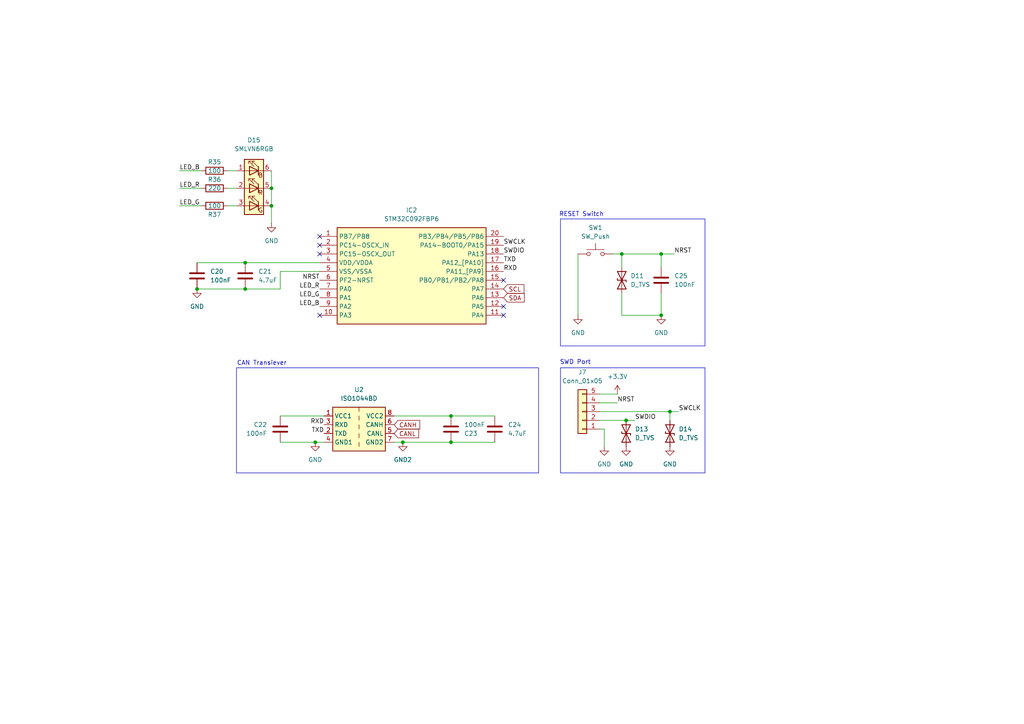
<source format=kicad_sch>
(kicad_sch (version 20250114) (generator "eeschema") (generator_version "9.0")
  (paper "A4")
  (lib_symbols
    (symbol "Connector_Generic:Conn_01x05" (pin_names (offset 1.016) (hide yes))
      (property "Reference" "J" (at 0 7.62 0))
      (property "Value" "Conn_01x05" (at 0 -7.62 0))
      (symbol "Conn_01x05_1_1"
        (rectangle (start -1.27 6.35) (end 1.27 -6.35) (stroke (width 0.254)) (fill (type background)))
        (rectangle (start -1.27 5.207) (end 0 4.953) (stroke (width 0.1524)))
        (rectangle (start -1.27 2.667) (end 0 2.413) (stroke (width 0.1524)))
        (rectangle (start -1.27 0.127) (end 0 -0.127) (stroke (width 0.1524)))
        (rectangle (start -1.27 -2.413) (end 0 -2.667) (stroke (width 0.1524)))
        (rectangle (start -1.27 -4.953) (end 0 -5.207) (stroke (width 0.1524)))
        (pin passive line (at -5.08 5.08 0) (length 3.81) (name "Pin_1") (number "1"))
        (pin passive line (at -5.08 2.54 0) (length 3.81) (name "Pin_2") (number "2"))
        (pin passive line (at -5.08 0 0) (length 3.81) (name "Pin_3") (number "3"))
        (pin passive line (at -5.08 -2.54 0) (length 3.81) (name "Pin_4") (number "4"))
        (pin passive line (at -5.08 -5.08 0) (length 3.81) (name "Pin_5") (number "5"))
      )
    )
    (symbol "Device:C" (pin_numbers (hide yes)) (pin_names (offset 0.254))
      (property "Reference" "C" (at 0.635 2.54 0))
      (property "Value" "C" (at 0.635 -2.54 0))
      (symbol "C_0_1"
        (polyline (pts (xy -2.032 0.762) (xy 2.032 0.762)) (stroke (width 0.508)))
        (polyline (pts (xy -2.032 -0.762) (xy 2.032 -0.762)) (stroke (width 0.508)))
      )
      (symbol "C_1_1"
        (pin passive line (at 0 3.81 270) (length 2.794) (name "~") (number "1"))
        (pin passive line (at 0 -3.81 90) (length 2.794) (name "~") (number "2"))
      )
    )
    (symbol "Device:D_TVS" (pin_numbers (hide yes)) (pin_names (offset 1.016) (hide yes))
      (property "Reference" "D" (at 0 2.54 0))
      (property "Value" "D_TVS" (at 0 -2.54 0))
      (symbol "D_TVS_0_1"
        (polyline (pts (xy -2.54 1.27) (xy -2.54 -1.27) (xy 2.54 1.27) (xy 2.54 -1.27) (xy -2.54 1.27)) (stroke (width 0.254)))
        (polyline (pts (xy 0.508 1.27) (xy 0 1.27) (xy 0 -1.27) (xy -0.508 -1.27)) (stroke (width 0.254)))
        (polyline (pts (xy 1.27 0) (xy -1.27 0)))
      )
      (symbol "D_TVS_1_1"
        (pin passive line (at -3.81 0 0) (length 2.54) (name "A1") (number "1"))
        (pin passive line (at 3.81 0 180) (length 2.54) (name "A2") (number "2"))
      )
    )
    (symbol "Device:R" (pin_numbers (hide yes)) (pin_names (offset 0))
      (property "Reference" "R" (at 2.032 0 90))
      (property "Value" "R" (at 0 0 90))
      (symbol "R_0_1"
        (rectangle (start -1.016 -2.54) (end 1.016 2.54) (stroke (width 0.254)))
      )
      (symbol "R_1_1"
        (pin passive line (at 0 3.81 270) (length 1.27) (name "~") (number "1"))
        (pin passive line (at 0 -3.81 90) (length 1.27) (name "~") (number "2"))
      )
    )
    (symbol "Interface_CAN_LIN:ISO1044BD"
      (property "Reference" "U" (at -6.35 6.35 0))
      (property "Value" "ISO1044BD" (at 2.54 6.35 0))
      (symbol "ISO1044BD_0_1"
        (rectangle (start -7.62 5.08) (end 7.62 -7.62) (stroke (width 0.254)) (fill (type background)))
        (polyline (pts (xy 0 5.08) (xy 0 3.81)))
        (polyline (pts (xy 0 2.54) (xy 0 1.27)))
        (polyline (pts (xy 0 0) (xy 0 -1.27)))
        (polyline (pts (xy 0 -2.54) (xy 0 -3.81)))
        (polyline (pts (xy 0 -5.08) (xy 0 -6.35)))
      )
      (symbol "ISO1044BD_1_1"
        (pin power_in line (at -10.16 2.54 0) (length 2.54) (name "VCC1") (number "1"))
        (pin output line (at -10.16 0 0) (length 2.54) (name "RXD") (number "3"))
        (pin input line (at -10.16 -2.54 0) (length 2.54) (name "TXD") (number "2"))
        (pin power_in line (at -10.16 -5.08 0) (length 2.54) (name "GND1") (number "4"))
        (pin power_in line (at 10.16 2.54 180) (length 2.54) (name "VCC2") (number "8"))
        (pin bidirectional line (at 10.16 0 180) (length 2.54) (name "CANH") (number "6"))
        (pin bidirectional line (at 10.16 -2.54 180) (length 2.54) (name "CANL") (number "5"))
        (pin power_in line (at 10.16 -5.08 180) (length 2.54) (name "GND2") (number "7"))
      )
    )
    (symbol "LED:SMLVN6RGB" (pin_names (offset 0) (hide yes))
      (property "Reference" "D" (at 0 12.7 0))
      (property "Value" "SMLVN6RGB" (at 0 10.16 0))
      (symbol "SMLVN6RGB_0_0"
        (text "B" (at 1.905 3.81 0) (effects (font (size 1.27 1.27))))
        (text "R" (at 1.905 -1.27 0) (effects (font (size 1.27 1.27))))
        (text "G" (at 1.905 -6.35 0) (effects (font (size 1.27 1.27))))
      )
      (symbol "SMLVN6RGB_0_1"
        (rectangle (start -2.794 8.382) (end 2.794 -7.62) (stroke (width 0.254)) (fill (type background)))
        (rectangle (start -1.27 6.35) (end -1.27 6.35))
        (polyline (pts (xy -1.27 6.35) (xy -1.27 3.81) (xy 1.27 5.08) (xy -1.27 6.35)) (stroke (width 0.254)))
        (polyline (pts (xy -1.27 5.08) (xy -2.54 5.08)))
        (rectangle (start -1.27 3.81) (end -1.27 6.35))
        (rectangle (start -1.27 1.27) (end -1.27 1.27))
        (polyline (pts (xy -1.27 1.27) (xy -1.27 -1.27) (xy 1.27 0) (xy -1.27 1.27)) (stroke (width 0.254)))
        (polyline (pts (xy -1.27 0) (xy -2.54 0)))
        (polyline (pts (xy -1.27 0) (xy 1.27 0)))
        (rectangle (start -1.27 -1.27) (end -1.27 1.27))
        (polyline (pts (xy -1.27 -3.81) (xy -1.27 -6.35) (xy 1.27 -5.08) (xy -1.27 -3.81)) (stroke (width 0.254)))
        (polyline (pts (xy -1.27 -5.08) (xy -2.54 -5.08)))
        (polyline (pts (xy 0 6.35) (xy -1.524 7.874) (xy -0.762 7.874) (xy -1.524 7.874) (xy -1.524 7.112)))
        (polyline (pts (xy 0 1.27) (xy -1.524 2.794) (xy -0.762 2.794) (xy -1.524 2.794) (xy -1.524 2.032)))
        (polyline (pts (xy 0 -3.81) (xy -1.524 -2.286) (xy -0.762 -2.286) (xy -1.524 -2.286) (xy -1.524 -3.048)))
        (polyline (pts (xy 1.016 6.35) (xy -0.508 7.874) (xy 0.254 7.874) (xy -0.508 7.874) (xy -0.508 7.112)))
        (polyline (pts (xy 1.016 1.27) (xy -0.508 2.794) (xy 0.254 2.794) (xy -0.508 2.794) (xy -0.508 2.032)))
        (polyline (pts (xy 1.016 -3.81) (xy -0.508 -2.286) (xy 0.254 -2.286) (xy -0.508 -2.286) (xy -0.508 -3.048)))
        (polyline (pts (xy 1.27 6.35) (xy 1.27 3.81)) (stroke (width 0.254)))
        (polyline (pts (xy 1.27 6.35) (xy 1.27 3.81) (xy 1.27 3.81)))
        (polyline (pts (xy 1.27 5.08) (xy -1.27 5.08)))
        (polyline (pts (xy 1.27 5.08) (xy 2.54 5.08)))
        (polyline (pts (xy 1.27 1.27) (xy 1.27 -1.27)) (stroke (width 0.254)))
        (polyline (pts (xy 1.27 1.27) (xy 1.27 -1.27) (xy 1.27 -1.27)))
        (polyline (pts (xy 1.27 0) (xy 2.54 0)))
        (polyline (pts (xy 1.27 -3.81) (xy 1.27 -6.35)) (stroke (width 0.254)))
        (polyline (pts (xy 1.27 -5.08) (xy -1.27 -5.08)))
        (polyline (pts (xy 1.27 -5.08) (xy 2.54 -5.08)))
      )
      (symbol "SMLVN6RGB_1_1"
        (pin passive line (at -5.08 5.08 0) (length 2.54) (name "BA") (number "1"))
        (pin passive line (at -5.08 0 0) (length 2.54) (name "RA") (number "2"))
        (pin passive line (at -5.08 -5.08 0) (length 2.54) (name "GA") (number "3"))
        (pin passive line (at 5.08 5.08 180) (length 2.54) (name "BK") (number "6"))
        (pin passive line (at 5.08 0 180) (length 2.54) (name "RK") (number "5"))
        (pin passive line (at 5.08 -5.08 180) (length 2.54) (name "GK") (number "4"))
      )
    )
    (symbol "Samacsys:STM32C092FBP6"
      (property "Reference" "IC" (at 49.53 7.62 0))
      (property "Value" "STM32C092FBP6" (at 49.53 5.08 0))
      (symbol "STM32C092FBP6_1_1"
        (rectangle (start 5.08 2.54) (end 48.26 -25.4) (stroke (width 0.254)) (fill (type background)))
        (pin passive line (at 0 0 0) (length 5.08) (name "PB7/PB8") (number "1"))
        (pin passive line (at 0 -2.54 0) (length 5.08) (name "PC14-OSCX_IN") (number "2"))
        (pin passive line (at 0 -5.08 0) (length 5.08) (name "PC15-OSCX_OUT") (number "3"))
        (pin passive line (at 0 -7.62 0) (length 5.08) (name "VDD/VDDA") (number "4"))
        (pin passive line (at 0 -10.16 0) (length 5.08) (name "VSS/VSSA") (number "5"))
        (pin passive line (at 0 -12.7 0) (length 5.08) (name "PF2-NRST") (number "6"))
        (pin passive line (at 0 -15.24 0) (length 5.08) (name "PA0") (number "7"))
        (pin passive line (at 0 -17.78 0) (length 5.08) (name "PA1") (number "8"))
        (pin passive line (at 0 -20.32 0) (length 5.08) (name "PA2") (number "9"))
        (pin passive line (at 0 -22.86 0) (length 5.08) (name "PA3") (number "10"))
        (pin passive line (at 53.34 0 180) (length 5.08) (name "PB3/PB4/PB5/PB6") (number "20"))
        (pin passive line (at 53.34 -2.54 180) (length 5.08) (name "PA14-BOOT0/PA15") (number "19"))
        (pin passive line (at 53.34 -5.08 180) (length 5.08) (name "PA13") (number "18"))
        (pin passive line (at 53.34 -7.62 180) (length 5.08) (name "PA12_[PA10]") (number "17"))
        (pin passive line (at 53.34 -10.16 180) (length 5.08) (name "PA11_[PA9]") (number "16"))
        (pin passive line (at 53.34 -12.7 180) (length 5.08) (name "PB0/PB1/PB2/PA8") (number "15"))
        (pin passive line (at 53.34 -15.24 180) (length 5.08) (name "PA7") (number "14"))
        (pin passive line (at 53.34 -17.78 180) (length 5.08) (name "PA6") (number "13"))
        (pin passive line (at 53.34 -20.32 180) (length 5.08) (name "PA5") (number "12"))
        (pin passive line (at 53.34 -22.86 180) (length 5.08) (name "PA4") (number "11"))
      )
    )
    (symbol "Switch:SW_Push" (pin_numbers (hide yes)) (pin_names (offset 1.016) (hide yes))
      (property "Reference" "SW" (at 1.27 2.54 0))
      (property "Value" "SW_Push" (at 0 -1.524 0))
      (symbol "SW_Push_0_1"
        (circle (center -2.032 0) (radius 0.508))
        (polyline (pts (xy 0 1.27) (xy 0 3.048)))
        (circle (center 2.032 0) (radius 0.508))
        (polyline (pts (xy 2.54 1.27) (xy -2.54 1.27)))
        (pin passive line (at -5.08 0 0) (length 2.54) (name "1") (number "1"))
        (pin passive line (at 5.08 0 180) (length 2.54) (name "2") (number "2"))
      )
    )
    (symbol "power:+3.3V" (power) (pin_numbers (hide yes)) (pin_names (offset 0) (hide yes))
      (property "Value" "+3.3V" (at 0 3.556 0))
      (symbol "+3.3V_0_1"
        (polyline (pts (xy -0.762 1.27) (xy 0 2.54)))
        (polyline (pts (xy 0 2.54) (xy 0.762 1.27)))
        (polyline (pts (xy 0 0) (xy 0 2.54)))
      )
      (symbol "+3.3V_1_1"
        (pin power_in line (at 0 0 90) (length 0) (name "~") (number "1"))
      )
    )
    (symbol "power:GND" (power) (pin_numbers (hide yes)) (pin_names (offset 0) (hide yes))
      (property "Value" "GND" (at 0 -3.81 0))
      (symbol "GND_0_1"
        (polyline (pts (xy 0 0) (xy 0 -1.27) (xy 1.27 -1.27) (xy 0 -2.54) (xy -1.27 -1.27) (xy 0 -1.27)))
      )
      (symbol "GND_1_1"
        (pin power_in line (at 0 0 270) (length 0) (name "~") (number "1"))
      )
    )
    (symbol "power:GND2" (power) (pin_numbers (hide yes)) (pin_names (offset 0) (hide yes))
      (property "Value" "GND2" (at 0 -3.81 0))
      (symbol "GND2_0_1"
        (polyline (pts (xy 0 0) (xy 0 -1.27) (xy 1.27 -1.27) (xy 0 -2.54) (xy -1.27 -1.27) (xy 0 -1.27)))
      )
      (symbol "GND2_1_1"
        (pin power_in line (at 0 0 270) (length 0) (name "~") (number "1"))
      )
    )
  )
  (rectangle (start 162.56 106.68) (end 204.47 137.16))
  (rectangle (start 68.58 106.68) (end 156.21 137.16))
  (rectangle (start 162.56 63.5) (end 204.47 100.33))
  (text "SWD Port" (at 166.878 105.156 0) (effects (font (size 1.27 1.27))))
  (text "RESET Switch" (at 168.656 62.23 0) (effects (font (size 1.27 1.27))))
  (text "CAN Transiever" (at 75.946 105.41 0) (effects (font (size 1.27 1.27))))
  (junction (at 191.77 91.44))
  (junction (at 116.84 128.27))
  (junction (at 130.81 128.27))
  (junction (at 78.74 59.69))
  (junction (at 180.34 73.66))
  (junction (at 71.12 83.82))
  (junction (at 57.15 83.82))
  (junction (at 130.81 120.65))
  (junction (at 71.12 76.2))
  (junction (at 191.77 73.66))
  (junction (at 181.61 121.92))
  (junction (at 78.74 54.61))
  (junction (at 91.44 128.27))
  (junction (at 194.31 119.38))
  (no_connect (at 92.71 68.58))
  (no_connect (at 146.05 88.9))
  (no_connect (at 92.71 71.12))
  (no_connect (at 146.05 91.44))
  (no_connect (at 92.71 91.44))
  (no_connect (at 146.05 81.28))
  (no_connect (at 92.71 73.66))
  (wire (pts (xy 191.77 85.09) (xy 191.77 91.44)))
  (wire (pts (xy 143.51 120.65) (xy 130.81 120.65)))
  (wire (pts (xy 194.31 119.38) (xy 173.99 119.38)))
  (wire (pts (xy 181.61 121.92) (xy 184.15 121.92)))
  (wire (pts (xy 91.44 128.27) (xy 93.98 128.27)))
  (wire (pts (xy 180.34 73.66) (xy 191.77 73.66)))
  (wire (pts (xy 52.07 59.69) (xy 58.42 59.69)))
  (wire (pts (xy 191.77 77.47) (xy 191.77 73.66)))
  (wire (pts (xy 194.31 121.92) (xy 194.31 119.38)))
  (wire (pts (xy 81.28 128.27) (xy 91.44 128.27)))
  (wire (pts (xy 71.12 76.2) (xy 92.71 76.2)))
  (wire (pts (xy 175.26 129.54) (xy 175.26 124.46)))
  (wire (pts (xy 116.84 128.27) (xy 130.81 128.27)))
  (wire (pts (xy 78.74 49.53) (xy 78.74 54.61)))
  (wire (pts (xy 52.07 49.53) (xy 58.42 49.53)))
  (wire (pts (xy 179.07 114.3) (xy 173.99 114.3)))
  (wire (pts (xy 81.28 120.65) (xy 93.98 120.65)))
  (wire (pts (xy 175.26 124.46) (xy 173.99 124.46)))
  (wire (pts (xy 81.28 78.74) (xy 92.71 78.74)))
  (wire (pts (xy 143.51 128.27) (xy 130.81 128.27)))
  (wire (pts (xy 181.61 121.92) (xy 173.99 121.92)))
  (wire (pts (xy 81.28 78.74) (xy 81.28 83.82)))
  (wire (pts (xy 78.74 54.61) (xy 78.74 59.69)))
  (wire (pts (xy 71.12 83.82) (xy 57.15 83.82)))
  (wire (pts (xy 180.34 73.66) (xy 180.34 77.47)))
  (wire (pts (xy 116.84 128.27) (xy 114.3 128.27)))
  (wire (pts (xy 52.07 54.61) (xy 58.42 54.61)))
  (wire (pts (xy 191.77 73.66) (xy 195.58 73.66)))
  (wire (pts (xy 66.04 49.53) (xy 68.58 49.53)))
  (wire (pts (xy 177.8 73.66) (xy 180.34 73.66)))
  (wire (pts (xy 196.85 119.38) (xy 194.31 119.38)))
  (wire (pts (xy 180.34 85.09) (xy 180.34 91.44)))
  (wire (pts (xy 66.04 54.61) (xy 68.58 54.61)))
  (wire (pts (xy 179.07 116.84) (xy 173.99 116.84)))
  (wire (pts (xy 66.04 59.69) (xy 68.58 59.69)))
  (wire (pts (xy 191.77 91.44) (xy 180.34 91.44)))
  (wire (pts (xy 167.64 73.66) (xy 167.64 91.44)))
  (wire (pts (xy 57.15 76.2) (xy 71.12 76.2)))
  (wire (pts (xy 78.74 59.69) (xy 78.74 64.77)))
  (wire (pts (xy 81.28 83.82) (xy 71.12 83.82)))
  (wire (pts (xy 114.3 120.65) (xy 130.81 120.65)))
  (label "LED_R" (at 92.71 83.82 180))
  (label "RXD" (at 93.98 123.19 180))
  (label "SWDIO" (at 184.15 121.92 0))
  (label "TXD" (at 146.05 76.2 0))
  (label "NRST" (at 92.71 81.28 180))
  (label "SWCLK" (at 146.05 71.12 0))
  (label "LED_G" (at 52.07 59.69 0))
  (label "NRST" (at 195.58 73.66 0))
  (label "NRST" (at 179.07 116.84 0))
  (label "LED_B" (at 92.71 88.9 180))
  (label "SWCLK" (at 196.85 119.38 0))
  (label "TXD" (at 93.98 125.73 180))
  (label "RXD" (at 146.05 78.74 0))
  (label "LED_G" (at 92.71 86.36 180))
  (label "SWDIO" (at 146.05 73.66 0))
  (label "LED_B" (at 52.07 49.53 0))
  (label "LED_R" (at 52.07 54.61 0))
  (global_label "SDA" (shape input) (at 146.05 86.36 0) (property "Intersheetrefs" "${INTERSHEET_REFS}" (effects (hide yes))))
  (global_label "SCL" (shape input) (at 146.05 83.82 0) (property "Intersheetrefs" "${INTERSHEET_REFS}" (effects (hide yes))))
  (global_label "CANH" (shape input) (at 114.3 123.19 0) (property "Intersheetrefs" "${INTERSHEET_REFS}" (effects (hide yes))))
  (global_label "CANL" (shape input) (at 114.3 125.73 0) (property "Intersheetrefs" "${INTERSHEET_REFS}" (effects (hide yes))))
  (symbol (lib_id "power:GND") (at 167.64 91.44 0) (unit 1)
    (property "Reference" "#PWR025" (effects (hide yes)))
    (property "Value" "GND" (at 167.64 96.52 0))
    (property "Description" "Power symbol creates a global label with name \"GND\" , ground" (effects (hide yes)))
  )
  (symbol (lib_id "Device:R") (at 62.23 49.53 270) (mirror x) (unit 1)
    (property "Reference" "R35" (at 62.23 46.99 90))
    (property "Value" "100" (at 62.23 49.53 90))
    (property "Description" "Resistor" (effects (hide yes)))
  )
  (symbol (lib_id "power:GND") (at 194.31 129.54 0) (unit 1)
    (property "Reference" "#PWR030" (effects (hide yes)))
    (property "Value" "GND" (at 194.31 134.62 0))
    (property "Description" "Power symbol creates a global label with name \"GND\" , ground" (effects (hide yes)))
  )
  (symbol (lib_id "Device:D_TVS") (at 194.31 125.73 90) (unit 1)
    (property "Reference" "D14" (at 196.85 124.4599 90) (effects (justify right)))
    (property "Value" "D_TVS" (at 196.85 126.9999 90) (effects (justify right)))
    (property "Description" "Bidirectional transient-voltage-suppression diode" (effects (hide yes)))
  )
  (symbol (lib_id "Device:R") (at 62.23 54.61 270) (mirror x) (unit 1)
    (property "Reference" "R36" (at 62.23 52.07 90))
    (property "Value" "220" (at 62.23 54.61 90))
    (property "Description" "Resistor" (effects (hide yes)))
  )
  (symbol (lib_id "power:+3.3V") (at 179.07 114.3 0) (unit 1)
    (property "Reference" "#PWR027" (effects (hide yes)))
    (property "Value" "+3.3V" (at 179.07 109.22 0))
    (property "Description" "Power symbol creates a global label with name \"+3.3V\"" (effects (hide yes)))
  )
  (symbol (lib_id "Device:D_TVS") (at 180.34 81.28 90) (unit 1)
    (property "Reference" "D11" (at 182.88 80.0099 90) (effects (justify right)))
    (property "Value" "D_TVS" (at 182.88 82.5499 90) (effects (justify right)))
    (property "Description" "Bidirectional transient-voltage-suppression diode" (effects (hide yes)))
  )
  (symbol (lib_id "Device:C") (at 143.51 124.46 0) (unit 1)
    (property "Reference" "C24" (at 147.32 123.1899 0) (effects (justify left)))
    (property "Value" "4.7uF" (at 147.32 125.7299 0) (effects (justify left)))
    (property "Footprint" "Capacitor_SMD:C_0603_1608Metric" (effects (hide yes)))
    (property "Description" "Unpolarized capacitor" (effects (hide yes)))
  )
  (symbol (lib_id "Interface_CAN_LIN:ISO1044BD") (at 104.14 123.19 0) (unit 1)
    (property "Reference" "U2" (at 104.14 113.03 0))
    (property "Value" "ISO1044BD" (at 104.14 115.57 0))
    (property "Footprint" "Package_SO:SOIC-8_3.9x4.9mm_P1.27mm" (effects (hide yes)))
    (property "Datasheet" "https://www.ti.com/lit/ds/symlink/iso1044.pdf" (effects (hide yes)))
    (property "Description" "Isolated CAN FD Transceiver, SOIC-8" (effects (hide yes)))
  )
  (symbol (lib_id "power:GND") (at 91.44 128.27 0) (unit 1)
    (property "Reference" "#PWR023" (effects (hide yes)))
    (property "Value" "GND" (at 91.44 133.35 0))
    (property "Description" "Power symbol creates a global label with name \"GND\" , ground" (effects (hide yes)))
  )
  (symbol (lib_id "Connector_Generic:Conn_01x05") (at 168.91 119.38 180) (unit 1)
    (property "Reference" "J7" (at 168.91 107.95 0))
    (property "Value" "Conn_01x05" (at 168.91 110.49 0))
    (property "Description" "Generic connector, single row, 01x05, script generated (kicad-library-utils/schlib/autogen/connector/)" (effects (hide yes)))
  )
  (symbol (lib_id "LED:SMLVN6RGB") (at 73.66 54.61 0) (unit 1)
    (property "Reference" "D15" (at 73.66 40.64 0))
    (property "Value" "SMLVN6RGB" (at 73.66 43.18 0))
    (property "Footprint" "LED_SMD:LED_ROHM_SMLVN6" (effects (hide yes)))
    (property "Datasheet" "https://www.rohm.com/datasheet/SMLVN6RGB1U" (effects (hide yes)))
    (property "Description" "High Brightness Tri-Color LED, RGB, 3.5x2.8mm" (effects (hide yes)))
  )
  (symbol (lib_id "Samacsys:STM32C092FBP6") (at 92.71 68.58 0) (unit 1)
    (property "Reference" "IC2" (at 119.38 60.96 0))
    (property "Value" "STM32C092FBP6" (at 119.38 63.5 0))
    (property "Footprint" "Samacsys:SOP65P640X120-20N" (effects (hide yes)))
    (property "Datasheet" "https://www.st.com/resource/en/datasheet/stm32c091cb.pdf" (effects (hide yes)))
    (property "Description" "Mainstream Arm Cortex-M0+ MCU with 128 Kbytes of Flash memory, 30 Kbytes RAM, 48 MHz CPU, 4x USART, timers, ADC, comm. I/F, 2-3.6V" (effects (hide yes)))
    (property "Height" "1.2" (effects (hide yes)))
    (property "Manufacturer_Name" "STMicroelectronics" (effects (hide yes)))
    (property "Manufacturer_Part_Number" "STM32C092FBP6" (effects (hide yes)))
  )
  (symbol (lib_id "power:GND") (at 78.74 64.77 0) (unit 1)
    (property "Reference" "#PWR031" (effects (hide yes)))
    (property "Value" "GND" (at 78.74 69.85 0))
    (property "Description" "Power symbol creates a global label with name \"GND\" , ground" (effects (hide yes)))
  )
  (symbol (lib_id "power:GND2") (at 116.84 128.27 0) (unit 1)
    (property "Reference" "#PWR024" (effects (hide yes)))
    (property "Value" "GND2" (at 116.84 133.35 0))
    (property "Description" "Power symbol creates a global label with name \"GND2\" , ground" (effects (hide yes)))
  )
  (symbol (lib_id "power:GND") (at 175.26 129.54 0) (unit 1)
    (property "Reference" "#PWR026" (effects (hide yes)))
    (property "Value" "GND" (at 175.26 134.62 0))
    (property "Description" "Power symbol creates a global label with name \"GND\" , ground" (effects (hide yes)))
  )
  (symbol (lib_id "Device:C") (at 71.12 80.01 0) (unit 1)
    (property "Reference" "C21" (at 74.93 78.7399 0) (effects (justify left)))
    (property "Value" "4.7uF" (at 74.93 81.2799 0) (effects (justify left)))
    (property "Footprint" "Capacitor_SMD:C_0603_1608Metric" (effects (hide yes)))
    (property "Description" "Unpolarized capacitor" (effects (hide yes)))
  )
  (symbol (lib_id "Switch:SW_Push") (at 172.72 73.66 0) (unit 1)
    (property "Reference" "SW1" (at 172.72 66.04 0))
    (property "Value" "SW_Push" (at 172.72 68.58 0))
    (property "Description" "Push button switch, generic, two pins" (effects (hide yes)))
  )
  (symbol (lib_id "power:GND") (at 181.61 129.54 0) (unit 1)
    (property "Reference" "#PWR028" (effects (hide yes)))
    (property "Value" "GND" (at 181.61 134.62 0))
    (property "Description" "Power symbol creates a global label with name \"GND\" , ground" (effects (hide yes)))
  )
  (symbol (lib_id "Device:C") (at 81.28 124.46 0) (mirror y) (unit 1)
    (property "Reference" "C22" (at 77.47 123.1899 0) (effects (justify left)))
    (property "Value" "100nF" (at 77.47 125.7299 0) (effects (justify left)))
    (property "Footprint" "Capacitor_SMD:C_0603_1608Metric" (effects (hide yes)))
    (property "Description" "Unpolarized capacitor" (effects (hide yes)))
  )
  (symbol (lib_id "Device:C") (at 57.15 80.01 0) (unit 1)
    (property "Reference" "C20" (at 60.96 78.7399 0) (effects (justify left)))
    (property "Value" "100nF" (at 60.96 81.2799 0) (effects (justify left)))
    (property "Footprint" "Capacitor_SMD:C_0603_1608Metric" (effects (hide yes)))
    (property "Description" "Unpolarized capacitor" (effects (hide yes)))
  )
  (symbol (lib_id "power:GND") (at 191.77 91.44 0) (unit 1)
    (property "Reference" "#PWR029" (effects (hide yes)))
    (property "Value" "GND" (at 191.77 96.52 0))
    (property "Description" "Power symbol creates a global label with name \"GND\" , ground" (effects (hide yes)))
  )
  (symbol (lib_id "Device:C") (at 130.81 124.46 0) (mirror x) (unit 1)
    (property "Reference" "C23" (at 134.62 125.7301 0) (effects (justify left)))
    (property "Value" "100nF" (at 134.62 123.1901 0) (effects (justify left)))
    (property "Footprint" "Capacitor_SMD:C_0603_1608Metric" (effects (hide yes)))
    (property "Description" "Unpolarized capacitor" (effects (hide yes)))
  )
  (symbol (lib_id "power:GND") (at 57.15 83.82 0) (unit 1)
    (property "Reference" "#PWR022" (effects (hide yes)))
    (property "Value" "GND" (at 57.15 88.9 0))
    (property "Description" "Power symbol creates a global label with name \"GND\" , ground" (effects (hide yes)))
  )
  (symbol (lib_id "Device:C") (at 191.77 81.28 0) (unit 1)
    (property "Reference" "C25" (at 195.58 80.0099 0) (effects (justify left)))
    (property "Value" "100nF" (at 195.58 82.5499 0) (effects (justify left)))
    (property "Footprint" "Capacitor_SMD:C_0603_1608Metric" (effects (hide yes)))
    (property "Description" "Unpolarized capacitor" (effects (hide yes)))
  )
  (symbol (lib_id "Device:D_TVS") (at 181.61 125.73 90) (unit 1)
    (property "Reference" "D13" (at 184.15 124.4599 90) (effects (justify right)))
    (property "Value" "D_TVS" (at 184.15 126.9999 90) (effects (justify right)))
    (property "Description" "Bidirectional transient-voltage-suppression diode" (effects (hide yes)))
  )
  (symbol (lib_id "Device:R") (at 62.23 59.69 90) (mirror x) (unit 1)
    (property "Reference" "R37" (at 62.23 62.23 90))
    (property "Value" "100" (at 62.23 59.69 90))
    (property "Description" "Resistor" (effects (hide yes)))
  )
)
</source>
